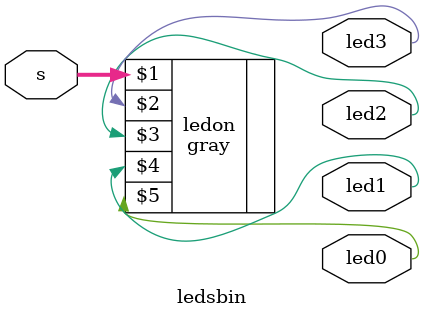
<source format=sv>
module ledsbin(input logic [3:0] s,
                output logic led3, led2, led1, led0);

    gray ledon(s, led3, led2, led1, led0);

endmodule



</source>
